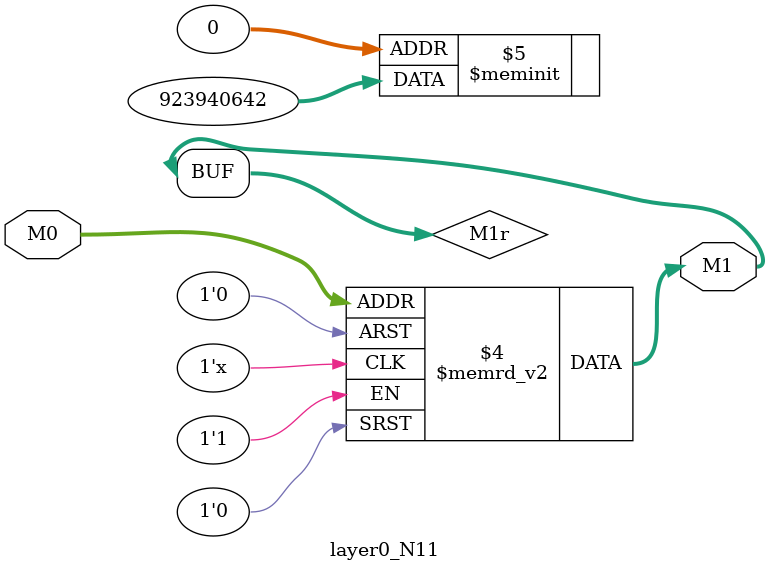
<source format=v>
module layer0_N11 ( input [3:0] M0, output [1:0] M1 );

	(*rom_style = "distributed" *) reg [1:0] M1r;
	assign M1 = M1r;
	always @ (M0) begin
		case (M0)
			4'b0000: M1r = 2'b10;
			4'b1000: M1r = 2'b10;
			4'b0100: M1r = 2'b11;
			4'b1100: M1r = 2'b11;
			4'b0010: M1r = 2'b10;
			4'b1010: M1r = 2'b01;
			4'b0110: M1r = 2'b11;
			4'b1110: M1r = 2'b11;
			4'b0001: M1r = 2'b00;
			4'b1001: M1r = 2'b00;
			4'b0101: M1r = 2'b01;
			4'b1101: M1r = 2'b01;
			4'b0011: M1r = 2'b00;
			4'b1011: M1r = 2'b00;
			4'b0111: M1r = 2'b00;
			4'b1111: M1r = 2'b00;

		endcase
	end
endmodule

</source>
